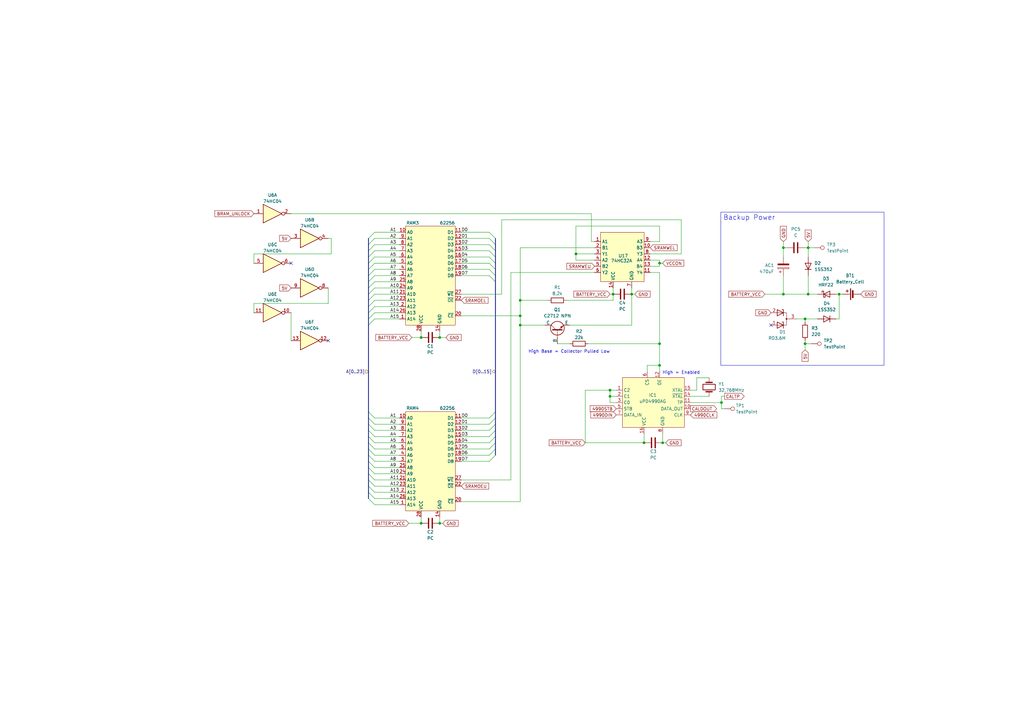
<source format=kicad_sch>
(kicad_sch (version 20250114) (generator "eeschema") (generator_version "9.0")
  (paper "A3")
  (title_block (title "NEO-MVH MV1FZS") (date "2025-10-13") (comment 1 "Not official schematic from SNK") (comment 2 "Use at your own discretion"))
  (lib_symbols
    (symbol "74xx:74HC04"
      (property "Reference" "U" (at 0 1.27 0))
      (property "Value" "74HC04" (at 0 -1.27 0))
      (symbol "74HC04_1_0"
        (polyline (pts (xy -3.81 3.81) (xy -3.81 -3.81) (xy 3.81 0) (xy -3.81 3.81)) (stroke (width 0.254)) (fill (type background)))
        (pin input line (at -7.62 0 0) (length 3.81) (name "~") (number "1"))
        (pin output inverted (at 7.62 0 180) (length 3.81) (name "~") (number "2"))
      )
      (symbol "74HC04_2_0"
        (polyline (pts (xy -3.81 3.81) (xy -3.81 -3.81) (xy 3.81 0) (xy -3.81 3.81)) (stroke (width 0.254)) (fill (type background)))
        (pin input line (at -7.62 0 0) (length 3.81) (name "~") (number "3"))
        (pin output inverted (at 7.62 0 180) (length 3.81) (name "~") (number "4"))
      )
      (symbol "74HC04_3_0"
        (polyline (pts (xy -3.81 3.81) (xy -3.81 -3.81) (xy 3.81 0) (xy -3.81 3.81)) (stroke (width 0.254)) (fill (type background)))
        (pin input line (at -7.62 0 0) (length 3.81) (name "~") (number "5"))
        (pin output inverted (at 7.62 0 180) (length 3.81) (name "~") (number "6"))
      )
      (symbol "74HC04_4_0"
        (polyline (pts (xy -3.81 3.81) (xy -3.81 -3.81) (xy 3.81 0) (xy -3.81 3.81)) (stroke (width 0.254)) (fill (type background)))
        (pin input line (at -7.62 0 0) (length 3.81) (name "~") (number "9"))
        (pin output inverted (at 7.62 0 180) (length 3.81) (name "~") (number "8"))
      )
      (symbol "74HC04_5_0"
        (polyline (pts (xy -3.81 3.81) (xy -3.81 -3.81) (xy 3.81 0) (xy -3.81 3.81)) (stroke (width 0.254)) (fill (type background)))
        (pin input line (at -7.62 0 0) (length 3.81) (name "~") (number "11"))
        (pin output inverted (at 7.62 0 180) (length 3.81) (name "~") (number "10"))
      )
      (symbol "74HC04_6_0"
        (polyline (pts (xy -3.81 3.81) (xy -3.81 -3.81) (xy 3.81 0) (xy -3.81 3.81)) (stroke (width 0.254)) (fill (type background)))
        (pin input line (at -7.62 0 0) (length 3.81) (name "~") (number "13"))
        (pin output inverted (at 7.62 0 180) (length 3.81) (name "~") (number "12"))
      )
      (symbol "74HC04_7_0"
        (pin power_in line (at 0 12.7 270) (length 5.08) (name "VCC") (number "14"))
        (pin power_in line (at 0 -12.7 90) (length 5.08) (name "GND") (number "7"))
      )
      (symbol "74HC04_7_1"
        (rectangle (start -5.08 7.62) (end 5.08 -7.62) (stroke (width 0.254)) (fill (type background)))
      )
    )
    (symbol "Connector:TestPoint" (pin_numbers (hide yes)) (pin_names (offset 0.762) (hide yes))
      (property "Reference" "TP" (at 0 6.858 0))
      (property "Value" "TestPoint" (at 0 5.08 0))
      (symbol "TestPoint_0_1"
        (circle (center 0 3.302) (radius 0.762))
      )
      (symbol "TestPoint_1_1"
        (pin passive line (at 0 0 90) (length 2.54) (name "1") (number "1"))
      )
    )
    (symbol "Device:Battery_Cell" (pin_numbers (hide yes)) (pin_names (offset 0) (hide yes))
      (property "Reference" "BT" (at 2.54 2.54 0))
      (property "Value" "Battery_Cell" (at 2.54 0 0))
      (symbol "Battery_Cell_0_1"
        (rectangle (start -2.286 1.778) (end 2.286 1.524) (fill (type outline)))
        (rectangle (start -1.524 1.016) (end 1.524 0.508) (fill (type outline)))
        (polyline (pts (xy 0 1.778) (xy 0 2.54)))
        (polyline (pts (xy 0 0.762) (xy 0 0)))
        (polyline (pts (xy 0.762 3.048) (xy 1.778 3.048)) (stroke (width 0.254)))
        (polyline (pts (xy 1.27 3.556) (xy 1.27 2.54)) (stroke (width 0.254)))
      )
      (symbol "Battery_Cell_1_1"
        (pin passive line (at 0 5.08 270) (length 2.54) (name "+") (number "1"))
        (pin passive line (at 0 -2.54 90) (length 2.54) (name "-") (number "2"))
      )
    )
    (symbol "Device:C" (pin_numbers (hide yes)) (pin_names (offset 0.254))
      (property "Reference" "C" (at 0.635 2.54 0))
      (property "Value" "C" (at 0.635 -2.54 0))
      (symbol "C_0_1"
        (polyline (pts (xy -2.032 0.762) (xy 2.032 0.762)) (stroke (width 0.508)))
        (polyline (pts (xy -2.032 -0.762) (xy 2.032 -0.762)) (stroke (width 0.508)))
      )
      (symbol "C_1_1"
        (pin passive line (at 0 3.81 270) (length 2.794) (name "~") (number "1"))
        (pin passive line (at 0 -3.81 90) (length 2.794) (name "~") (number "2"))
      )
    )
    (symbol "Device:C_Polarized" (pin_numbers (hide yes)) (pin_names (offset 0.254))
      (property "Reference" "C" (at 0.635 2.54 0))
      (property "Value" "C_Polarized" (at 0.635 -2.54 0))
      (symbol "C_Polarized_0_1"
        (rectangle (start -2.286 0.508) (end 2.286 1.016))
        (polyline (pts (xy -1.778 2.286) (xy -0.762 2.286)))
        (polyline (pts (xy -1.27 2.794) (xy -1.27 1.778)))
        (rectangle (start 2.286 -0.508) (end -2.286 -1.016) (fill (type outline)))
      )
      (symbol "C_Polarized_1_1"
        (pin passive line (at 0 3.81 270) (length 2.794) (name "~") (number "1"))
        (pin passive line (at 0 -3.81 90) (length 2.794) (name "~") (number "2"))
      )
    )
    (symbol "Device:Crystal" (pin_numbers (hide yes)) (pin_names (offset 1.016) (hide yes))
      (property "Reference" "Y" (at 0 3.81 0))
      (property "Value" "Crystal" (at 0 -3.81 0))
      (symbol "Crystal_0_1"
        (polyline (pts (xy -2.54 0) (xy -1.905 0)))
        (polyline (pts (xy -1.905 -1.27) (xy -1.905 1.27)) (stroke (width 0.508)))
        (rectangle (start -1.143 2.54) (end 1.143 -2.54) (stroke (width 0.3048)))
        (polyline (pts (xy 1.905 -1.27) (xy 1.905 1.27)) (stroke (width 0.508)))
        (polyline (pts (xy 2.54 0) (xy 1.905 0)))
      )
      (symbol "Crystal_1_1"
        (pin passive line (at -3.81 0 0) (length 1.27) (name "1") (number "1"))
        (pin passive line (at 3.81 0 180) (length 1.27) (name "2") (number "2"))
      )
    )
    (symbol "Device:D" (pin_numbers (hide yes)) (pin_names (offset 1.016) (hide yes))
      (property "Reference" "D" (at 0 2.54 0))
      (property "Value" "D" (at 0 -2.54 0))
      (symbol "D_0_1"
        (polyline (pts (xy -1.27 1.27) (xy -1.27 -1.27)) (stroke (width 0.254)))
        (polyline (pts (xy 1.27 1.27) (xy 1.27 -1.27) (xy -1.27 0) (xy 1.27 1.27)) (stroke (width 0.254)))
        (polyline (pts (xy 1.27 0) (xy -1.27 0)))
      )
      (symbol "D_1_1"
        (pin passive line (at -3.81 0 0) (length 2.54) (name "K") (number "1"))
        (pin passive line (at 3.81 0 180) (length 2.54) (name "A") (number "2"))
      )
    )
    (symbol "Device:D_Schottky" (pin_numbers (hide yes)) (pin_names (offset 1.016) (hide yes))
      (property "Reference" "D" (at 0 2.54 0))
      (property "Value" "D_Schottky" (at 0 -2.54 0))
      (symbol "D_Schottky_0_1"
        (polyline (pts (xy -1.905 0.635) (xy -1.905 1.27) (xy -1.27 1.27) (xy -1.27 -1.27) (xy -0.635 -1.27) (xy -0.635 -0.635)) (stroke (width 0.254)))
        (polyline (pts (xy 1.27 1.27) (xy 1.27 -1.27) (xy -1.27 0) (xy 1.27 1.27)) (stroke (width 0.254)))
        (polyline (pts (xy 1.27 0) (xy -1.27 0)))
      )
      (symbol "D_Schottky_1_1"
        (pin passive line (at -3.81 0 0) (length 2.54) (name "K") (number "1"))
        (pin passive line (at 3.81 0 180) (length 2.54) (name "A") (number "2"))
      )
    )
    (symbol "Device:D_Zener_Dual_CommonCathode_AAK_Parallel" (pin_names (offset 0.762) (hide yes))
      (property "Reference" "D" (at 0 5.08 0))
      (property "Value" "D_Zener_Dual_CommonCathode_AAK_Parallel" (at 0 -5.08 0))
      (symbol "D_Zener_Dual_CommonCathode_AAK_Parallel_0_0"
        (polyline (pts (xy 0 3.81) (xy 0 1.27) (xy -0.508 1.27)) (stroke (width 0.254)))
        (polyline (pts (xy 0 -1.27) (xy 0 -3.81) (xy -0.508 -3.81)) (stroke (width 0.254)))
      )
      (symbol "D_Zener_Dual_CommonCathode_AAK_Parallel_0_1"
        (polyline (pts (xy -2.54 3.81) (xy 0 2.54) (xy -2.54 1.27) (xy -2.54 3.81) (xy -2.54 3.81) (xy -2.54 3.81)) (stroke (width 0.254)))
        (polyline (pts (xy -2.54 -1.27) (xy 0 -2.54) (xy -2.54 -3.81) (xy -2.54 -1.27) (xy -2.54 -1.27) (xy -2.54 -1.27)) (stroke (width 0.254)))
        (polyline (pts (xy -2.54 -2.54) (xy 1.27 -2.54) (xy 1.27 2.54) (xy -2.54 2.54)))
        (polyline (pts (xy 1.27 0) (xy 2.54 0)))
        (circle (center 1.27 0) (radius 0.254) (fill (type outline)))
        (pin passive line (at -5.08 2.54 0) (length 2.54) (name "A") (number "1"))
        (pin passive line (at -5.08 -2.54 0) (length 2.54) (name "A") (number "2"))
        (pin passive line (at 5.08 0 180) (length 2.54) (name "K") (number "3"))
      )
    )
    (symbol "Device:R" (pin_numbers (hide yes)) (pin_names (offset 0))
      (property "Reference" "R" (at 2.032 0 90))
      (property "Value" "R" (at 0 0 90))
      (symbol "R_0_1"
        (rectangle (start -1.016 -2.54) (end 1.016 2.54) (stroke (width 0.254)))
      )
      (symbol "R_1_1"
        (pin passive line (at 0 3.81 270) (length 1.27) (name "~") (number "1"))
        (pin passive line (at 0 -3.81 90) (length 1.27) (name "~") (number "2"))
      )
    )
    (symbol "LH52B256-70LL_1"
      (property "Reference" "U" (at 0 -0.254 0))
      (property "Value" "LH52B256-70LL" (at 0 -2.286 0))
      (symbol "LH52B256-70LL_1_1_1"
        (rectangle (start -10.16 19.05) (end 10.16 -21.59) (fill (type background)))
        (pin input line (at -12.7 16.51 0) (length 2.54) (name "A0") (number "10"))
        (pin input line (at -12.7 13.97 0) (length 2.54) (name "A1") (number "9"))
        (pin input line (at -12.7 11.43 0) (length 2.54) (name "A2") (number "8"))
        (pin input line (at -12.7 8.89 0) (length 2.54) (name "A3") (number "7"))
        (pin input line (at -12.7 6.35 0) (length 2.54) (name "A4") (number "6"))
        (pin input line (at -12.7 3.81 0) (length 2.54) (name "A5") (number "5"))
        (pin input line (at -12.7 1.27 0) (length 2.54) (name "A6") (number "4"))
        (pin input line (at -12.7 -1.27 0) (length 2.54) (name "A7") (number "3"))
        (pin input line (at -12.7 -3.81 0) (length 2.54) (name "A8") (number "25"))
        (pin input line (at -12.7 -6.35 0) (length 2.54) (name "A9") (number "24"))
        (pin input line (at -12.7 -8.89 0) (length 2.54) (name "A10") (number "21"))
        (pin input line (at -12.7 -11.43 0) (length 2.54) (name "A11") (number "23"))
        (pin input line (at -12.7 -13.97 0) (length 2.54) (name "A12") (number "2"))
        (pin input line (at -12.7 -16.51 0) (length 2.54) (name "A13") (number "26"))
        (pin input line (at -12.7 -19.05 0) (length 2.54) (name "A14") (number "1"))
        (pin input line (at -3.81 -24.13 90) (length 2.54) (name "VCC") (number "28"))
        (pin input line (at 3.81 -24.13 90) (length 2.54) (name "GND") (number "14"))
        (pin bidirectional line (at 12.7 16.51 180) (length 2.54) (name "D1") (number "11"))
        (pin bidirectional line (at 12.7 13.97 180) (length 2.54) (name "D2") (number "12"))
        (pin bidirectional line (at 12.7 11.43 180) (length 2.54) (name "D3") (number "13"))
        (pin bidirectional line (at 12.7 8.89 180) (length 2.54) (name "D4") (number "15"))
        (pin bidirectional line (at 12.7 6.35 180) (length 2.54) (name "D5") (number "16"))
        (pin bidirectional line (at 12.7 3.81 180) (length 2.54) (name "D6") (number "17"))
        (pin bidirectional line (at 12.7 1.27 180) (length 2.54) (name "D7") (number "18"))
        (pin bidirectional line (at 12.7 -1.27 180) (length 2.54) (name "D8") (number "19"))
        (pin input line (at 12.7 -8.89 180) (length 2.54) (name "~{WE}") (number "27"))
        (pin input line (at 12.7 -11.43 180) (length 2.54) (name "~{OE}") (number "22"))
        (pin input line (at 12.7 -17.78 180) (length 2.54) (name "~{CE}") (number "20"))
      )
    )
    (symbol "Neo Geo:74HC32A"
      (property "Reference" "U" (at -0.254 1.016 0))
      (property "Value" "74HC32A" (at -0.254 -1.016 0))
      (symbol "74HC32A_1_1"
        (rectangle (start -8.89 10.16) (end 8.89 -10.16) (fill (type background)))
        (pin input line (at -11.43 6.35 0) (length 2.54) (name "A1") (number "1"))
        (pin input line (at -11.43 3.81 0) (length 2.54) (name "B1") (number "2"))
        (pin output line (at -11.43 1.27 0) (length 2.54) (name "Y1") (number "3"))
        (pin input line (at -11.43 -1.27 0) (length 2.54) (name "A2") (number "4"))
        (pin input line (at -11.43 -3.81 0) (length 2.54) (name "B2") (number "5"))
        (pin output line (at -11.43 -6.35 0) (length 2.54) (name "Y2") (number "6"))
        (pin input line (at -3.81 -12.7 90) (length 2.54) (name "VCC") (number "14"))
        (pin input line (at 3.81 -12.7 90) (length 2.54) (name "GND") (number "7"))
        (pin input line (at 11.43 6.35 180) (length 2.54) (name "A3") (number "9"))
        (pin input line (at 11.43 3.81 180) (length 2.54) (name "B3") (number "10"))
        (pin output line (at 11.43 1.27 180) (length 2.54) (name "Y3") (number "8"))
        (pin input line (at 11.43 -1.27 180) (length 2.54) (name "A4") (number "12"))
        (pin input line (at 11.43 -3.81 180) (length 2.54) (name "B4") (number "13"))
        (pin output line (at 11.43 -6.35 180) (length 2.54) (name "Y4") (number "11"))
      )
    )
    (symbol "Neo Geo:LH52B256-70LL"
      (property "Reference" "U" (at 0 -0.254 0))
      (property "Value" "LH52B256-70LL" (at 0 -2.286 0))
      (symbol "LH52B256-70LL_1_1"
        (rectangle (start -10.16 19.05) (end 10.16 -21.59) (fill (type background)))
        (pin input line (at -12.7 16.51 0) (length 2.54) (name "A0") (number "10"))
        (pin input line (at -12.7 13.97 0) (length 2.54) (name "A1") (number "9"))
        (pin input line (at -12.7 11.43 0) (length 2.54) (name "A2") (number "8"))
        (pin input line (at -12.7 8.89 0) (length 2.54) (name "A3") (number "7"))
        (pin input line (at -12.7 6.35 0) (length 2.54) (name "A4") (number "6"))
        (pin input line (at -12.7 3.81 0) (length 2.54) (name "A5") (number "5"))
        (pin input line (at -12.7 1.27 0) (length 2.54) (name "A6") (number "4"))
        (pin input line (at -12.7 -1.27 0) (length 2.54) (name "A7") (number "3"))
        (pin input line (at -12.7 -3.81 0) (length 2.54) (name "A8") (number "25"))
        (pin input line (at -12.7 -6.35 0) (length 2.54) (name "A9") (number "24"))
        (pin input line (at -12.7 -8.89 0) (length 2.54) (name "A10") (number "21"))
        (pin input line (at -12.7 -11.43 0) (length 2.54) (name "A11") (number "23"))
        (pin input line (at -12.7 -13.97 0) (length 2.54) (name "A12") (number "2"))
        (pin input line (at -12.7 -16.51 0) (length 2.54) (name "A13") (number "26"))
        (pin input line (at -12.7 -19.05 0) (length 2.54) (name "A14") (number "1"))
        (pin input line (at -3.81 -24.13 90) (length 2.54) (name "VCC") (number "28"))
        (pin input line (at 3.81 -24.13 90) (length 2.54) (name "GND") (number "14"))
        (pin bidirectional line (at 12.7 16.51 180) (length 2.54) (name "D1") (number "11"))
        (pin bidirectional line (at 12.7 13.97 180) (length 2.54) (name "D2") (number "12"))
        (pin bidirectional line (at 12.7 11.43 180) (length 2.54) (name "D3") (number "13"))
        (pin bidirectional line (at 12.7 8.89 180) (length 2.54) (name "D4") (number "15"))
        (pin bidirectional line (at 12.7 6.35 180) (length 2.54) (name "D5") (number "16"))
        (pin bidirectional line (at 12.7 3.81 180) (length 2.54) (name "D6") (number "17"))
        (pin bidirectional line (at 12.7 1.27 180) (length 2.54) (name "D7") (number "18"))
        (pin bidirectional line (at 12.7 -1.27 180) (length 2.54) (name "D8") (number "19"))
        (pin input line (at 12.7 -8.89 180) (length 2.54) (name "~{WE}") (number "27"))
        (pin input line (at 12.7 -11.43 180) (length 2.54) (name "~{OE}") (number "22"))
        (pin input line (at 12.7 -17.78 180) (length 2.54) (name "~{CE}") (number "20"))
      )
    )
    (symbol "Neo Geo:uPD4990AG"
      (property "Reference" "U" (at 0 1.778 0))
      (property "Value" "uPD4990AG" (at 0 -0.254 0))
      (symbol "uPD4990AG_1_1"
        (rectangle (start -12.7 10.16) (end 12.7 -10.16) (fill (type background)))
        (pin input line (at -15.24 5.08 0) (length 2.54) (name "C2") (number "1"))
        (pin input line (at -15.24 2.54 0) (length 2.54) (name "C1") (number "2"))
        (pin output line (at -15.24 0 0) (length 2.54) (name "C0") (number "3"))
        (pin input line (at -15.24 -2.54 0) (length 2.54) (name "STB") (number "5"))
        (pin input line (at -15.24 -5.08 0) (length 2.54) (name "DATA_IN") (number "7"))
        (pin input line (at -3.81 -12.7 90) (length 2.54) (name "VCC") (number "16"))
        (pin input line (at -2.54 12.7 270) (length 2.54) (name "CS") (number "6"))
        (pin input line (at 2.54 12.7 270) (length 2.54) (name "OE") (number "12"))
        (pin input line (at 3.81 -12.7 90) (length 2.54) (name "GND") (number "8"))
        (pin output line (at 15.24 5.08 180) (length 2.54) (name "XTAL") (number "15"))
        (pin input line (at 15.24 2.54 180) (length 2.54) (name "~{XTAL}") (number "14"))
        (pin output line (at 15.24 0 180) (length 2.54) (name "TP") (number "11"))
        (pin output line (at 15.24 -2.54 180) (length 2.54) (name "DATA_OUT") (number "10"))
        (pin input line (at 15.24 -5.08 180) (length 2.54) (name "CLK") (number "9"))
      )
    )
    (symbol "Simulation_SPICE:NPN" (pin_numbers (hide yes)) (pin_names (offset 0))
      (property "Reference" "Q" (at -2.54 7.62 0))
      (property "Value" "NPN" (at -2.54 5.08 0))
      (symbol "NPN_0_1"
        (polyline (pts (xy -2.54 0) (xy 0.635 0)) (stroke (width 0.1524)))
        (polyline (pts (xy 0.635 1.905) (xy 0.635 -1.905) (xy 0.635 -1.905)) (stroke (width 0.508)))
        (polyline (pts (xy 0.635 0.635) (xy 2.54 2.54)))
        (polyline (pts (xy 0.635 -0.635) (xy 2.54 -2.54) (xy 2.54 -2.54)))
        (circle (center 1.27 0) (radius 2.8194) (stroke (width 0.254)))
        (polyline (pts (xy 1.27 -1.778) (xy 1.778 -1.27) (xy 2.286 -2.286) (xy 1.27 -1.778) (xy 1.27 -1.778)) (fill (type outline)))
        (polyline (pts (xy 2.794 -1.27) (xy 2.794 -1.27)) (stroke (width 0.1524)))
        (polyline (pts (xy 2.794 -1.27) (xy 2.794 -1.27)) (stroke (width 0.1524)))
      )
      (symbol "NPN_1_1"
        (pin input line (at -5.08 0 0) (length 2.54) (name "B") (number "2"))
        (pin open_collector line (at 2.54 5.08 270) (length 2.54) (name "C") (number "1"))
        (pin open_emitter line (at 2.54 -5.08 90) (length 2.54) (name "E") (number "3"))
      )
    )
  )
  (text "High Base = Collector Pulled Low" (at 233.426 144.272 0) (effects (font (size 1.27 1.27))))
  (text "High = Enabled" (at 279.4 152.908 0) (effects (font (size 1.27 1.27))))
  (text_box "Backup Power" (at 295.656 86.995 0) (size 66.929 62.865) (margins 0.9525 0.9525 0.9525 0.9525) (effects (font (size 2 2)) (justify left top)))
  (junction (at 172.72 138.43))
  (junction (at 213.36 133.35))
  (junction (at 270.51 107.95))
  (junction (at 270.51 140.97))
  (junction (at 331.47 101.6))
  (junction (at 295.91 165.1))
  (junction (at 180.34 138.43))
  (junction (at 271.78 181.61))
  (junction (at 270.51 149.86))
  (junction (at 251.46 120.65))
  (junction (at 344.17 120.65))
  (junction (at 180.34 214.63))
  (junction (at 213.36 129.54))
  (junction (at 321.31 101.6))
  (junction (at 236.22 104.14))
  (junction (at 264.16 181.61))
  (junction (at 331.47 120.65))
  (junction (at 330.2 140.97))
  (junction (at 259.08 120.65))
  (junction (at 250.19 160.02))
  (junction (at 213.36 123.19))
  (junction (at 330.2 130.81))
  (junction (at 250.19 162.56))
  (junction (at 172.72 214.63))
  (junction (at 321.31 120.65))
  (no_connect (at 316.23 133.35))
  (no_connect (at 119.38 107.95))
  (no_connect (at 134.62 139.7))
  (bus_entry (at 151.13 184.15) (size 2.54 2.54))
  (bus_entry (at 151.13 196.85) (size 2.54 2.54))
  (bus_entry (at 203.2 184.15) (size -2.54 2.54))
  (bus_entry (at 203.2 181.61) (size -2.54 2.54))
  (bus_entry (at 203.2 110.49) (size -2.54 -2.54))
  (bus_entry (at 151.13 113.03) (size 2.54 -2.54))
  (bus_entry (at 151.13 179.07) (size 2.54 2.54))
  (bus_entry (at 151.13 168.91) (size 2.54 2.54))
  (bus_entry (at 151.13 110.49) (size 2.54 -2.54))
  (bus_entry (at 203.2 107.95) (size -2.54 -2.54))
  (bus_entry (at 203.2 171.45) (size -2.54 2.54))
  (bus_entry (at 203.2 102.87) (size -2.54 -2.54))
  (bus_entry (at 151.13 125.73) (size 2.54 -2.54))
  (bus_entry (at 151.13 171.45) (size 2.54 2.54))
  (bus_entry (at 151.13 176.53) (size 2.54 2.54))
  (bus_entry (at 203.2 179.07) (size -2.54 2.54))
  (bus_entry (at 151.13 204.47) (size 2.54 2.54))
  (bus_entry (at 151.13 107.95) (size 2.54 -2.54))
  (bus_entry (at 151.13 105.41) (size 2.54 -2.54))
  (bus_entry (at 151.13 199.39) (size 2.54 2.54))
  (bus_entry (at 203.2 100.33) (size -2.54 -2.54))
  (bus_entry (at 151.13 133.35) (size 2.54 -2.54))
  (bus_entry (at 151.13 102.87) (size 2.54 -2.54))
  (bus_entry (at 151.13 97.79) (size 2.54 -2.54))
  (bus_entry (at 151.13 181.61) (size 2.54 2.54))
  (bus_entry (at 203.2 113.03) (size -2.54 -2.54))
  (bus_entry (at 151.13 130.81) (size 2.54 -2.54))
  (bus_entry (at 203.2 168.91) (size -2.54 2.54))
  (bus_entry (at 151.13 118.11) (size 2.54 -2.54))
  (bus_entry (at 151.13 201.93) (size 2.54 2.54))
  (bus_entry (at 203.2 105.41) (size -2.54 -2.54))
  (bus_entry (at 151.13 194.31) (size 2.54 2.54))
  (bus_entry (at 151.13 173.99) (size 2.54 2.54))
  (bus_entry (at 151.13 191.77) (size 2.54 2.54))
  (bus_entry (at 203.2 186.69) (size -2.54 2.54))
  (bus_entry (at 203.2 115.57) (size -2.54 -2.54))
  (bus_entry (at 151.13 186.69) (size 2.54 2.54))
  (bus_entry (at 151.13 128.27) (size 2.54 -2.54))
  (bus_entry (at 203.2 173.99) (size -2.54 2.54))
  (bus_entry (at 203.2 176.53) (size -2.54 2.54))
  (bus_entry (at 151.13 123.19) (size 2.54 -2.54))
  (bus_entry (at 203.2 97.79) (size -2.54 -2.54))
  (bus_entry (at 151.13 115.57) (size 2.54 -2.54))
  (bus_entry (at 151.13 189.23) (size 2.54 2.54))
  (bus_entry (at 151.13 120.65) (size 2.54 -2.54))
  (bus_entry (at 151.13 100.33) (size 2.54 -2.54))
  (wire (pts (xy 205.74 120.65) (xy 205.74 90.17)))
  (bus (pts (xy 151.13 171.45) (xy 151.13 173.99)))
  (wire (pts (xy 189.23 110.49) (xy 200.66 110.49)))
  (wire (pts (xy 153.67 100.33) (xy 163.83 100.33)))
  (bus (pts (xy 151.13 199.39) (xy 151.13 201.93)))
  (bus (pts (xy 151.13 115.57) (xy 151.13 118.11)))
  (wire (pts (xy 167.64 214.63) (xy 172.72 214.63)))
  (bus (pts (xy 203.2 113.03) (xy 203.2 115.57)))
  (wire (pts (xy 321.31 120.65) (xy 331.47 120.65)))
  (bus (pts (xy 203.2 181.61) (xy 203.2 184.15)))
  (bus (pts (xy 203.2 168.91) (xy 203.2 171.45)))
  (wire (pts (xy 330.2 132.08) (xy 330.2 130.81)))
  (bus (pts (xy 151.13 107.95) (xy 151.13 110.49)))
  (bus (pts (xy 151.13 128.27) (xy 151.13 130.81)))
  (bus (pts (xy 151.13 123.19) (xy 151.13 125.73)))
  (bus (pts (xy 151.13 118.11) (xy 151.13 120.65)))
  (wire (pts (xy 153.67 179.07) (xy 163.83 179.07)))
  (wire (pts (xy 270.51 106.68) (xy 270.51 107.95)))
  (wire (pts (xy 270.51 149.86) (xy 270.51 152.4)))
  (wire (pts (xy 172.72 212.09) (xy 172.72 214.63)))
  (wire (pts (xy 213.36 123.19) (xy 213.36 101.6)))
  (wire (pts (xy 330.2 140.97) (xy 332.74 140.97)))
  (wire (pts (xy 153.67 128.27) (xy 163.83 128.27)))
  (wire (pts (xy 104.14 124.46) (xy 104.14 128.27)))
  (wire (pts (xy 189.23 205.74) (xy 213.36 205.74)))
  (wire (pts (xy 233.68 133.35) (xy 259.08 133.35)))
  (wire (pts (xy 321.31 99.06) (xy 321.31 101.6)))
  (wire (pts (xy 259.08 133.35) (xy 259.08 120.65)))
  (bus (pts (xy 151.13 100.33) (xy 151.13 102.87)))
  (wire (pts (xy 209.55 111.76) (xy 209.55 196.85)))
  (wire (pts (xy 153.67 113.03) (xy 163.83 113.03)))
  (wire (pts (xy 180.34 135.89) (xy 180.34 138.43)))
  (bus (pts (xy 203.2 179.07) (xy 203.2 181.61)))
  (wire (pts (xy 153.67 191.77) (xy 163.83 191.77)))
  (bus (pts (xy 151.13 113.03) (xy 151.13 115.57)))
  (wire (pts (xy 330.2 101.6) (xy 331.47 101.6)))
  (wire (pts (xy 153.67 130.81) (xy 163.83 130.81)))
  (wire (pts (xy 153.67 105.41) (xy 163.83 105.41)))
  (bus (pts (xy 203.2 100.33) (xy 203.2 102.87)))
  (bus (pts (xy 203.2 105.41) (xy 203.2 107.95)))
  (bus (pts (xy 151.13 133.35) (xy 151.13 168.91)))
  (wire (pts (xy 153.67 123.19) (xy 163.83 123.19)))
  (wire (pts (xy 285.75 154.94) (xy 290.83 154.94)))
  (wire (pts (xy 266.7 104.14) (xy 279.4 104.14)))
  (wire (pts (xy 250.19 160.02) (xy 250.19 162.56)))
  (wire (pts (xy 213.36 129.54) (xy 213.36 123.19)))
  (wire (pts (xy 189.23 173.99) (xy 200.66 173.99)))
  (wire (pts (xy 153.67 120.65) (xy 163.83 120.65)))
  (wire (pts (xy 189.23 189.23) (xy 200.66 189.23)))
  (wire (pts (xy 326.39 130.81) (xy 330.2 130.81)))
  (wire (pts (xy 250.19 162.56) (xy 250.19 165.1)))
  (wire (pts (xy 252.73 160.02) (xy 250.19 160.02)))
  (wire (pts (xy 321.31 101.6) (xy 322.58 101.6)))
  (wire (pts (xy 189.23 129.54) (xy 213.36 129.54)))
  (wire (pts (xy 180.34 212.09) (xy 180.34 214.63)))
  (wire (pts (xy 189.23 186.69) (xy 200.66 186.69)))
  (bus (pts (xy 151.13 168.91) (xy 151.13 171.45)))
  (wire (pts (xy 266.7 106.68) (xy 270.51 106.68)))
  (wire (pts (xy 153.67 196.85) (xy 163.83 196.85)))
  (wire (pts (xy 181.61 214.63) (xy 180.34 214.63)))
  (wire (pts (xy 242.57 99.06) (xy 243.84 99.06)))
  (wire (pts (xy 153.67 181.61) (xy 163.83 181.61)))
  (wire (pts (xy 189.23 120.65) (xy 205.74 120.65)))
  (wire (pts (xy 295.91 165.1) (xy 295.91 162.56)))
  (wire (pts (xy 270.51 111.76) (xy 270.51 140.97)))
  (wire (pts (xy 189.23 179.07) (xy 200.66 179.07)))
  (bus (pts (xy 203.2 171.45) (xy 203.2 173.99)))
  (bus (pts (xy 151.13 196.85) (xy 151.13 199.39)))
  (wire (pts (xy 189.23 102.87) (xy 200.66 102.87)))
  (wire (pts (xy 321.31 113.03) (xy 321.31 120.65)))
  (wire (pts (xy 270.51 92.71) (xy 270.51 99.06)))
  (bus (pts (xy 151.13 191.77) (xy 151.13 194.31)))
  (wire (pts (xy 189.23 176.53) (xy 200.66 176.53)))
  (wire (pts (xy 250.19 160.02) (xy 240.03 160.02)))
  (wire (pts (xy 330.2 130.81) (xy 335.28 130.81)))
  (wire (pts (xy 153.67 171.45) (xy 163.83 171.45)))
  (wire (pts (xy 283.21 162.56) (xy 290.83 162.56)))
  (wire (pts (xy 153.67 95.25) (xy 163.83 95.25)))
  (wire (pts (xy 119.38 128.27) (xy 119.38 139.7)))
  (wire (pts (xy 189.23 100.33) (xy 200.66 100.33)))
  (bus (pts (xy 203.2 173.99) (xy 203.2 176.53)))
  (wire (pts (xy 182.88 138.43) (xy 180.34 138.43)))
  (bus (pts (xy 151.13 201.93) (xy 151.13 204.47)))
  (bus (pts (xy 151.13 186.69) (xy 151.13 189.23)))
  (wire (pts (xy 189.23 95.25) (xy 200.66 95.25)))
  (wire (pts (xy 271.78 107.95) (xy 270.51 107.95)))
  (wire (pts (xy 153.67 207.01) (xy 163.83 207.01)))
  (wire (pts (xy 295.91 165.1) (xy 283.21 165.1)))
  (bus (pts (xy 203.2 184.15) (xy 203.2 186.69)))
  (wire (pts (xy 189.23 171.45) (xy 200.66 171.45)))
  (wire (pts (xy 270.51 140.97) (xy 270.51 149.86)))
  (wire (pts (xy 264.16 181.61) (xy 240.03 181.61)))
  (wire (pts (xy 251.46 118.11) (xy 251.46 120.65)))
  (wire (pts (xy 104.14 104.14) (xy 104.14 107.95)))
  (wire (pts (xy 213.36 101.6) (xy 243.84 101.6)))
  (wire (pts (xy 189.23 184.15) (xy 200.66 184.15)))
  (wire (pts (xy 251.46 120.65) (xy 251.46 123.19)))
  (wire (pts (xy 321.31 120.65) (xy 313.69 120.65)))
  (wire (pts (xy 250.19 162.56) (xy 252.73 162.56)))
  (wire (pts (xy 250.19 165.1) (xy 252.73 165.1)))
  (wire (pts (xy 285.75 160.02) (xy 285.75 154.94)))
  (bus (pts (xy 151.13 176.53) (xy 151.13 179.07)))
  (wire (pts (xy 153.67 186.69) (xy 163.83 186.69)))
  (bus (pts (xy 151.13 105.41) (xy 151.13 107.95)))
  (wire (pts (xy 172.72 135.89) (xy 172.72 138.43)))
  (wire (pts (xy 297.18 167.64) (xy 295.91 167.64)))
  (wire (pts (xy 135.89 97.79) (xy 135.89 104.14)))
  (wire (pts (xy 134.62 124.46) (xy 104.14 124.46)))
  (wire (pts (xy 153.67 125.73) (xy 163.83 125.73)))
  (wire (pts (xy 270.51 99.06) (xy 266.7 99.06)))
  (wire (pts (xy 213.36 123.19) (xy 224.79 123.19)))
  (bus (pts (xy 151.13 130.81) (xy 151.13 133.35)))
  (wire (pts (xy 153.67 176.53) (xy 163.83 176.53)))
  (wire (pts (xy 260.35 120.65) (xy 259.08 120.65)))
  (wire (pts (xy 265.43 149.86) (xy 270.51 149.86)))
  (wire (pts (xy 236.22 92.71) (xy 270.51 92.71)))
  (wire (pts (xy 189.23 97.79) (xy 200.66 97.79)))
  (wire (pts (xy 232.41 123.19) (xy 251.46 123.19)))
  (wire (pts (xy 295.91 162.56) (xy 297.18 162.56)))
  (wire (pts (xy 331.47 120.65) (xy 335.28 120.65)))
  (wire (pts (xy 153.67 115.57) (xy 163.83 115.57)))
  (bus (pts (xy 151.13 181.61) (xy 151.13 184.15)))
  (wire (pts (xy 209.55 196.85) (xy 189.23 196.85)))
  (bus (pts (xy 151.13 173.99) (xy 151.13 176.53)))
  (wire (pts (xy 153.67 204.47) (xy 163.83 204.47)))
  (bus (pts (xy 203.2 176.53) (xy 203.2 179.07)))
  (bus (pts (xy 151.13 184.15) (xy 151.13 186.69)))
  (wire (pts (xy 153.67 107.95) (xy 163.83 107.95)))
  (wire (pts (xy 344.17 130.81) (xy 342.9 130.81)))
  (wire (pts (xy 236.22 92.71) (xy 236.22 104.14)))
  (wire (pts (xy 344.17 120.65) (xy 344.17 130.81)))
  (wire (pts (xy 135.89 97.79) (xy 134.62 97.79)))
  (wire (pts (xy 153.67 110.49) (xy 163.83 110.49)))
  (wire (pts (xy 331.47 101.6) (xy 334.01 101.6)))
  (wire (pts (xy 189.23 107.95) (xy 200.66 107.95)))
  (wire (pts (xy 270.51 107.95) (xy 270.51 109.22)))
  (wire (pts (xy 271.78 181.61) (xy 273.05 181.61)))
  (wire (pts (xy 331.47 99.06) (xy 331.47 101.6)))
  (bus (pts (xy 151.13 189.23) (xy 151.13 191.77)))
  (wire (pts (xy 153.67 194.31) (xy 163.83 194.31)))
  (wire (pts (xy 135.89 104.14) (xy 104.14 104.14)))
  (bus (pts (xy 203.2 110.49) (xy 203.2 113.03)))
  (wire (pts (xy 213.36 133.35) (xy 213.36 205.74)))
  (bus (pts (xy 151.13 125.73) (xy 151.13 128.27)))
  (bus (pts (xy 151.13 97.79) (xy 151.13 100.33)))
  (bus (pts (xy 203.2 107.95) (xy 203.2 110.49)))
  (wire (pts (xy 283.21 160.02) (xy 285.75 160.02)))
  (wire (pts (xy 250.19 120.65) (xy 251.46 120.65)))
  (wire (pts (xy 168.91 138.43) (xy 172.72 138.43)))
  (wire (pts (xy 153.67 173.99) (xy 163.83 173.99)))
  (bus (pts (xy 203.2 115.57) (xy 203.2 168.91)))
  (wire (pts (xy 134.62 118.11) (xy 134.62 124.46)))
  (bus (pts (xy 151.13 194.31) (xy 151.13 196.85)))
  (wire (pts (xy 259.08 118.11) (xy 259.08 120.65)))
  (wire (pts (xy 189.23 105.41) (xy 200.66 105.41)))
  (wire (pts (xy 279.4 104.14) (xy 279.4 90.17)))
  (bus (pts (xy 203.2 97.79) (xy 203.2 100.33)))
  (bus (pts (xy 151.13 179.07) (xy 151.13 181.61)))
  (wire (pts (xy 330.2 140.97) (xy 330.2 139.7)))
  (wire (pts (xy 153.67 118.11) (xy 163.83 118.11)))
  (wire (pts (xy 153.67 189.23) (xy 163.83 189.23)))
  (wire (pts (xy 189.23 181.61) (xy 200.66 181.61)))
  (wire (pts (xy 213.36 133.35) (xy 213.36 129.54)))
  (wire (pts (xy 331.47 113.03) (xy 331.47 120.65)))
  (wire (pts (xy 236.22 104.14) (xy 243.84 104.14)))
  (wire (pts (xy 330.2 140.97) (xy 330.2 143.51)))
  (wire (pts (xy 213.36 133.35) (xy 223.52 133.35)))
  (wire (pts (xy 153.67 97.79) (xy 163.83 97.79)))
  (wire (pts (xy 295.91 167.64) (xy 295.91 165.1)))
  (bus (pts (xy 203.2 102.87) (xy 203.2 105.41)))
  (wire (pts (xy 344.17 120.65) (xy 345.44 120.65)))
  (wire (pts (xy 241.3 140.97) (xy 270.51 140.97)))
  (wire (pts (xy 153.67 199.39) (xy 163.83 199.39)))
  (bus (pts (xy 151.13 102.87) (xy 151.13 105.41)))
  (wire (pts (xy 236.22 104.14) (xy 236.22 106.68)))
  (wire (pts (xy 242.57 87.63) (xy 242.57 99.06)))
  (wire (pts (xy 270.51 109.22) (xy 266.7 109.22)))
  (bus (pts (xy 151.13 110.49) (xy 151.13 113.03)))
  (wire (pts (xy 209.55 111.76) (xy 243.84 111.76)))
  (wire (pts (xy 153.67 201.93) (xy 163.83 201.93)))
  (wire (pts (xy 233.68 140.97) (xy 228.6 140.97)))
  (wire (pts (xy 119.38 87.63) (xy 242.57 87.63)))
  (wire (pts (xy 271.78 177.8) (xy 271.78 181.61)))
  (wire (pts (xy 321.31 101.6) (xy 321.31 105.41)))
  (wire (pts (xy 265.43 152.4) (xy 265.43 149.86)))
  (wire (pts (xy 153.67 102.87) (xy 163.83 102.87)))
  (wire (pts (xy 189.23 113.03) (xy 200.66 113.03)))
  (wire (pts (xy 279.4 90.17) (xy 205.74 90.17)))
  (bus (pts (xy 151.13 120.65) (xy 151.13 123.19)))
  (wire (pts (xy 264.16 177.8) (xy 264.16 181.61)))
  (wire (pts (xy 153.67 184.15) (xy 163.83 184.15)))
  (wire (pts (xy 240.03 181.61) (xy 240.03 160.02)))
  (wire (pts (xy 331.47 101.6) (xy 331.47 105.41)))
  (wire (pts (xy 344.17 120.65) (xy 342.9 120.65)))
  (wire (pts (xy 236.22 106.68) (xy 243.84 106.68)))
  (wire (pts (xy 270.51 111.76) (xy 266.7 111.76)))
  (label "D1" (at 189.23 97.79 0))
  (label "D6" (at 189.23 186.69 0))
  (label "A12" (at 160.02 123.19 0))
  (label "A11" (at 160.02 120.65 0))
  (label "D2" (at 189.23 176.53 0))
  (label "D6" (at 189.23 110.49 0))
  (label "A15" (at 160.02 207.01 0))
  (label "D3" (at 189.23 179.07 0))
  (label "A13" (at 160.02 125.73 0))
  (label "A2" (at 160.02 97.79 0))
  (label "D5" (at 189.23 184.15 0))
  (label "A11" (at 160.02 196.85 0))
  (label "D4" (at 189.23 105.41 0))
  (label "D2" (at 189.23 100.33 0))
  (label "A2" (at 160.02 173.99 0))
  (label "A12" (at 160.02 199.39 0))
  (label "A15" (at 160.02 130.81 0))
  (label "A4" (at 160.02 102.87 0))
  (label "A6" (at 160.02 107.95 0))
  (label "A4" (at 160.02 179.07 0))
  (label "D7" (at 189.23 189.23 0))
  (label "D1" (at 189.23 173.99 0))
  (label "A7" (at 160.02 186.69 0))
  (label "A8" (at 160.02 189.23 0))
  (label "D4" (at 189.23 181.61 0))
  (label "A10" (at 160.02 118.11 0))
  (label "A9" (at 160.02 115.57 0))
  (label "A10" (at 160.02 194.31 0))
  (label "A3" (at 160.02 176.53 0))
  (label "A13" (at 160.02 201.93 0))
  (label "A1" (at 160.02 171.45 0))
  (label "A6" (at 160.02 184.15 0))
  (label "A5" (at 160.02 181.61 0))
  (label "A5" (at 160.02 105.41 0))
  (label "A9" (at 160.02 191.77 0))
  (label "D0" (at 189.23 171.45 0))
  (label "A14" (at 160.02 128.27 0))
  (label "A3" (at 160.02 100.33 0))
  (label "A7" (at 160.02 110.49 0))
  (label "D7" (at 189.23 113.03 0))
  (label "A1" (at 160.02 95.25 0))
  (label "A14" (at 160.02 204.47 0))
  (label "D5" (at 189.23 107.95 0))
  (label "A8" (at 160.02 113.03 0))
  (label "D3" (at 189.23 102.87 0))
  (label "D0" (at 189.23 95.25 0))
  (global_label "SRAMWEL" (shape input) (at 266.7 101.6 0) (property "Intersheetrefs" "${INTERSHEET_REFS}" (effects (hide yes))))
  (global_label "SRAMOEL" (shape input) (at 189.23 123.19 0) (property "Intersheetrefs" "${INTERSHEET_REFS}" (effects (hide yes))))
  (global_label "4990STB" (shape input) (at 252.73 167.64 180) (property "Intersheetrefs" "${INTERSHEET_REFS}" (effects (hide yes))))
  (global_label "BATTERY_VCC" (shape input) (at 313.69 120.65 180) (property "Intersheetrefs" "${INTERSHEET_REFS}" (effects (hide yes))))
  (global_label "4990DIN" (shape input) (at 252.73 170.18 180) (property "Intersheetrefs" "${INTERSHEET_REFS}" (effects (hide yes))))
  (global_label "GND" (shape input) (at 321.31 99.06 90) (property "Intersheetrefs" "${INTERSHEET_REFS}" (effects (hide yes))))
  (global_label "GND" (shape input) (at 181.61 214.63 0) (property "Intersheetrefs" "${INTERSHEET_REFS}" (effects (hide yes))))
  (global_label "GND" (shape input) (at 316.23 128.27 180) (property "Intersheetrefs" "${INTERSHEET_REFS}" (effects (hide yes))))
  (global_label "GND" (shape input) (at 353.06 120.65 0) (property "Intersheetrefs" "${INTERSHEET_REFS}" (effects (hide yes))))
  (global_label "GND" (shape input) (at 182.88 138.43 0) (property "Intersheetrefs" "${INTERSHEET_REFS}" (effects (hide yes))))
  (global_label "GND" (shape input) (at 260.35 120.65 0) (property "Intersheetrefs" "${INTERSHEET_REFS}" (effects (hide yes))))
  (global_label "SRAMWEU" (shape input) (at 243.84 109.22 180) (property "Intersheetrefs" "${INTERSHEET_REFS}" (effects (hide yes))))
  (global_label "BATTERY_VCC" (shape input) (at 167.64 214.63 180) (property "Intersheetrefs" "${INTERSHEET_REFS}" (effects (hide yes))))
  (global_label "BRAM_UNLOCK" (shape input) (at 104.14 87.63 180) (property "Intersheetrefs" "${INTERSHEET_REFS}" (effects (hide yes))))
  (global_label "VCCON" (shape input) (at 271.78 107.95 0) (property "Intersheetrefs" "${INTERSHEET_REFS}" (effects (hide yes))))
  (global_label "5V" (shape input) (at 330.2 143.51 270) (property "Intersheetrefs" "${INTERSHEET_REFS}" (effects (hide yes))))
  (global_label "BATTERY_VCC" (shape input) (at 250.19 120.65 180) (property "Intersheetrefs" "${INTERSHEET_REFS}" (effects (hide yes))))
  (global_label "GND" (shape input) (at 273.05 181.61 0) (property "Intersheetrefs" "${INTERSHEET_REFS}" (effects (hide yes))))
  (global_label "5V" (shape input) (at 331.47 99.06 90) (property "Intersheetrefs" "${INTERSHEET_REFS}" (effects (hide yes))))
  (global_label "CALDOUT" (shape output) (at 283.21 167.64 0) (property "Intersheetrefs" "${INTERSHEET_REFS}" (effects (hide yes))))
  (global_label "BATTERY_VCC" (shape input) (at 168.91 138.43 180) (property "Intersheetrefs" "${INTERSHEET_REFS}" (effects (hide yes))))
  (global_label "5V" (shape input) (at 119.38 118.11 180) (property "Intersheetrefs" "${INTERSHEET_REFS}" (effects (hide yes))))
  (global_label "5V" (shape input) (at 119.38 97.79 180) (property "Intersheetrefs" "${INTERSHEET_REFS}" (effects (hide yes))))
  (global_label "BATTERY_VCC" (shape input) (at 240.03 181.61 180) (property "Intersheetrefs" "${INTERSHEET_REFS}" (effects (hide yes))))
  (global_label "4990CLK" (shape input) (at 283.21 170.18 0) (property "Intersheetrefs" "${INTERSHEET_REFS}" (effects (hide yes))))
  (global_label "CALTP" (shape output) (at 297.18 162.56 0) (property "Intersheetrefs" "${INTERSHEET_REFS}" (effects (hide yes))))
  (global_label "SRAMOEU" (shape input) (at 189.23 199.39 0) (property "Intersheetrefs" "${INTERSHEET_REFS}" (effects (hide yes))))
  (hierarchical_label "A[0..23]" (shape input) (at 151.13 152.4 180))
  (hierarchical_label "D[0..15]" (shape bidirectional) (at 203.2 152.4 180))
  (symbol (lib_id "Simulation_SPICE:NPN") (at 228.6 135.89 90) (unit 1)
    (property "Reference" "Q1" (at 228.6 127 90))
    (property "Value" "C2712 NPN" (at 228.6 129.54 90))
    (property "Datasheet" "https://ngspice.sourceforge.io/docs/ngspice-html-manual/manual.xhtml#cha_BJTs" (effects (hide yes)))
    (property "Description" "Bipolar transistor symbol for simulation only, substrate tied to the emitter" (effects (hide yes)))
    (property "Sim.Device" "NPN" (effects (hide yes)))
    (property "Sim.Type" "GUMMELPOON" (effects (hide yes)))
    (property "Sim.Pins" "1=C 2=B 3=E" (effects (hide yes)))
  )
  (symbol (lib_id "74xx:74HC04") (at 111.76 87.63 0) (unit 1)
    (property "Reference" "U6" (at 111.76 80.01 0))
    (property "Value" "74HC04" (at 111.76 82.55 0))
    (property "Datasheet" "https://assets.nexperia.com/documents/data-sheet/74HC_HCT04.pdf" (effects (hide yes)))
    (property "Description" "Hex Inverter" (effects (hide yes)))
  )
  (symbol (lib_id "Neo Geo:uPD4990AG") (at 267.97 165.1 0) (unit 1)
    (property "Reference" "IC1" (at 267.716 162.052 0))
    (property "Value" "uPD4990AG" (at 267.716 164.592 0))
    (property "Description" "SERIAL I/O CALENDAR & CLOCK CMOS  LSI" (effects (hide yes)))
  )
  (symbol (lib_id "Device:R") (at 237.49 140.97 90) (unit 1)
    (property "Reference" "R2" (at 237.49 135.89 90))
    (property "Value" "22k" (at 237.49 138.43 90))
    (property "Description" "Resistor" (effects (hide yes)))
  )
  (symbol (lib_id "Neo Geo:LH52B256-70LL") (at 176.53 187.96 0) (unit 1)
    (property "Reference" "RAM4" (at 166.624 167.386 0) (effects (justify left)))
    (property "Value" "62256" (at 180.34 167.386 0) (effects (justify left)))
    (property "Description" "CMOS 256 (32k x 8) static ram" (effects (hide yes)))
  )
  (symbol (lib_id "74xx:74HC04") (at 111.76 107.95 0) (unit 3)
    (property "Reference" "U6" (at 111.76 100.33 0))
    (property "Value" "74HC04" (at 111.76 102.87 0))
    (property "Datasheet" "https://assets.nexperia.com/documents/data-sheet/74HC_HCT04.pdf" (effects (hide yes)))
    (property "Description" "Hex Inverter" (effects (hide yes)))
  )
  (symbol (lib_id "Device:C") (at 176.53 138.43 270) (unit 1)
    (property "Reference" "C1" (at 176.53 141.986 90))
    (property "Value" "PC" (at 176.53 144.526 90))
    (property "Description" "Unpolarized capacitor" (effects (hide yes)))
  )
  (symbol (lib_name "LH52B256-70LL_1") (lib_id "Neo Geo:LH52B256-70LL") (at 176.53 111.76 0) (unit 1)
    (property "Reference" "RAM3" (at 166.624 91.44 0) (effects (justify left)))
    (property "Value" "62256" (at 180.34 91.44 0) (effects (justify left)))
    (property "Description" "CMOS 256 (32k x 8) static ram" (effects (hide yes)))
  )
  (symbol (lib_id "Connector:TestPoint") (at 334.01 101.6 270) (unit 1)
    (property "Reference" "TP3" (at 339.09 100.3299 90) (effects (justify left)))
    (property "Value" "TestPoint" (at 339.09 102.8699 90) (effects (justify left)))
    (property "Description" "test point" (effects (hide yes)))
  )
  (symbol (lib_id "Device:D_Zener_Dual_CommonCathode_AAK_Parallel") (at 321.31 130.81 0) (mirror x) (unit 1)
    (property "Reference" "D1" (at 322.326 136.144 0) (effects (justify right)))
    (property "Value" "RD3.6M" (at 322.326 138.684 0) (effects (justify right)))
    (property "Description" "Dual Zener diode, common cathode on pin 3" (effects (hide yes)))
  )
  (symbol (lib_id "Device:C") (at 176.53 214.63 270) (unit 1)
    (property "Reference" "C2" (at 176.53 218.186 90))
    (property "Value" "PC" (at 176.53 220.726 90))
    (property "Description" "Unpolarized capacitor" (effects (hide yes)))
  )
  (symbol (lib_id "Device:Battery_Cell") (at 350.52 120.65 90) (unit 1)
    (property "Reference" "BT1" (at 348.6785 113.03 90))
    (property "Value" "Battery_Cell" (at 348.6785 115.57 90))
    (property "Description" "Single-cell battery" (effects (hide yes)))
  )
  (symbol (lib_id "Device:Crystal") (at 290.83 158.75 270) (unit 1)
    (property "Reference" "Y1" (at 294.64 157.4799 90) (effects (justify left)))
    (property "Value" "32,768MHz" (at 294.64 160.0199 90) (effects (justify left)))
    (property "Description" "Two pin crystal" (effects (hide yes)))
  )
  (symbol (lib_id "74xx:74HC04") (at 127 139.7 0) (unit 6)
    (property "Reference" "U6" (at 127 132.08 0))
    (property "Value" "74HC04" (at 127 134.62 0))
    (property "Datasheet" "https://assets.nexperia.com/documents/data-sheet/74HC_HCT04.pdf" (effects (hide yes)))
    (property "Description" "Hex Inverter" (effects (hide yes)))
  )
  (symbol (lib_id "Device:C") (at 267.97 181.61 270) (unit 1)
    (property "Reference" "C3" (at 267.97 185.166 90))
    (property "Value" "PC" (at 267.97 187.706 90))
    (property "Description" "Unpolarized capacitor" (effects (hide yes)))
  )
  (symbol (lib_id "Device:C") (at 255.27 120.65 270) (unit 1)
    (property "Reference" "C4" (at 255.27 124.206 90))
    (property "Value" "PC" (at 255.27 126.746 90))
    (property "Description" "Unpolarized capacitor" (effects (hide yes)))
  )
  (symbol (lib_id "Device:D") (at 339.09 130.81 180) (unit 1)
    (property "Reference" "D4" (at 339.09 124.46 0))
    (property "Value" "1SS352" (at 339.09 127 0))
    (property "Description" "Diode" (effects (hide yes)))
    (property "Sim.Device" "D" (effects (hide yes)))
    (property "Sim.Pins" "1=K 2=A" (effects (hide yes)))
  )
  (symbol (lib_id "74xx:74HC04") (at 111.76 128.27 0) (unit 5)
    (property "Reference" "U6" (at 111.76 120.65 0))
    (property "Value" "74HC04" (at 111.76 123.19 0))
    (property "Datasheet" "https://assets.nexperia.com/documents/data-sheet/74HC_HCT04.pdf" (effects (hide yes)))
    (property "Description" "Hex Inverter" (effects (hide yes)))
  )
  (symbol (lib_id "Neo Geo:74HC32A") (at 255.27 105.41 0) (unit 1)
    (property "Reference" "U17" (at 253.619 104.902 0) (effects (justify left)))
    (property "Value" "74HC32A" (at 250.571 106.934 0) (effects (justify left)))
    (property "Description" "Quad 2 - Input OR Gate" (effects (hide yes)))
  )
  (symbol (lib_id "Device:D") (at 331.47 109.22 90) (unit 1)
    (property "Reference" "D2" (at 334.01 107.9499 90) (effects (justify right)))
    (property "Value" "1SS352" (at 334.01 110.4899 90) (effects (justify right)))
    (property "Description" "Diode" (effects (hide yes)))
    (property "Sim.Device" "D" (effects (hide yes)))
    (property "Sim.Pins" "1=K 2=A" (effects (hide yes)))
  )
  (symbol (lib_id "Device:R") (at 330.2 135.89 0) (unit 1)
    (property "Reference" "R3" (at 332.74 134.6199 0) (effects (justify left)))
    (property "Value" "220" (at 332.74 137.1599 0) (effects (justify left)))
    (property "Description" "Resistor" (effects (hide yes)))
  )
  (symbol (lib_id "74xx:74HC04") (at 127 118.11 0) (unit 4)
    (property "Reference" "U6" (at 127 110.49 0))
    (property "Value" "74HC04" (at 127 113.03 0))
    (property "Datasheet" "https://assets.nexperia.com/documents/data-sheet/74HC_HCT04.pdf" (effects (hide yes)))
    (property "Description" "Hex Inverter" (effects (hide yes)))
  )
  (symbol (lib_id "74xx:74HC04") (at 127 97.79 0) (unit 2)
    (property "Reference" "U6" (at 127 90.17 0))
    (property "Value" "74HC04" (at 127 92.71 0))
    (property "Datasheet" "https://assets.nexperia.com/documents/data-sheet/74HC_HCT04.pdf" (effects (hide yes)))
    (property "Description" "Hex Inverter" (effects (hide yes)))
  )
  (symbol (lib_id "Device:C_Polarized") (at 321.31 109.22 0) (mirror x) (unit 1)
    (property "Reference" "AC1" (at 317.5 108.8389 0) (effects (justify right)))
    (property "Value" "470uF" (at 317.5 111.3789 0) (effects (justify right)))
    (property "Description" "Polarized capacitor" (effects (hide yes)))
  )
  (symbol (lib_id "Device:R") (at 228.6 123.19 90) (unit 1)
    (property "Reference" "R1" (at 228.6 117.856 90))
    (property "Value" "8.2k" (at 228.6 120.396 90))
    (property "Description" "Resistor" (effects (hide yes)))
  )
  (symbol (lib_id "Connector:TestPoint") (at 297.18 167.64 270) (unit 1)
    (property "Reference" "TP1" (at 301.752 166.37 90) (effects (justify left)))
    (property "Value" "TestPoint" (at 301.752 168.91 90) (effects (justify left)))
    (property "Description" "test point" (effects (hide yes)))
  )
  (symbol (lib_id "Device:C") (at 326.39 101.6 270) (unit 1)
    (property "Reference" "PC5" (at 326.39 93.98 90))
    (property "Value" "C" (at 326.39 96.52 90))
    (property "Description" "Unpolarized capacitor" (effects (hide yes)))
  )
  (symbol (lib_id "Connector:TestPoint") (at 332.74 140.97 270) (unit 1)
    (property "Reference" "TP2" (at 337.82 139.6999 90) (effects (justify left)))
    (property "Value" "TestPoint" (at 337.82 142.2399 90) (effects (justify left)))
    (property "Description" "test point" (effects (hide yes)))
  )
  (symbol (lib_id "Device:D_Schottky") (at 339.09 120.65 0) (unit 1)
    (property "Reference" "D3" (at 338.7725 114.3 0))
    (property "Value" "HRF22" (at 338.7725 116.84 0))
    (property "Description" "Schottky diode" (effects (hide yes)))
  )
)
</source>
